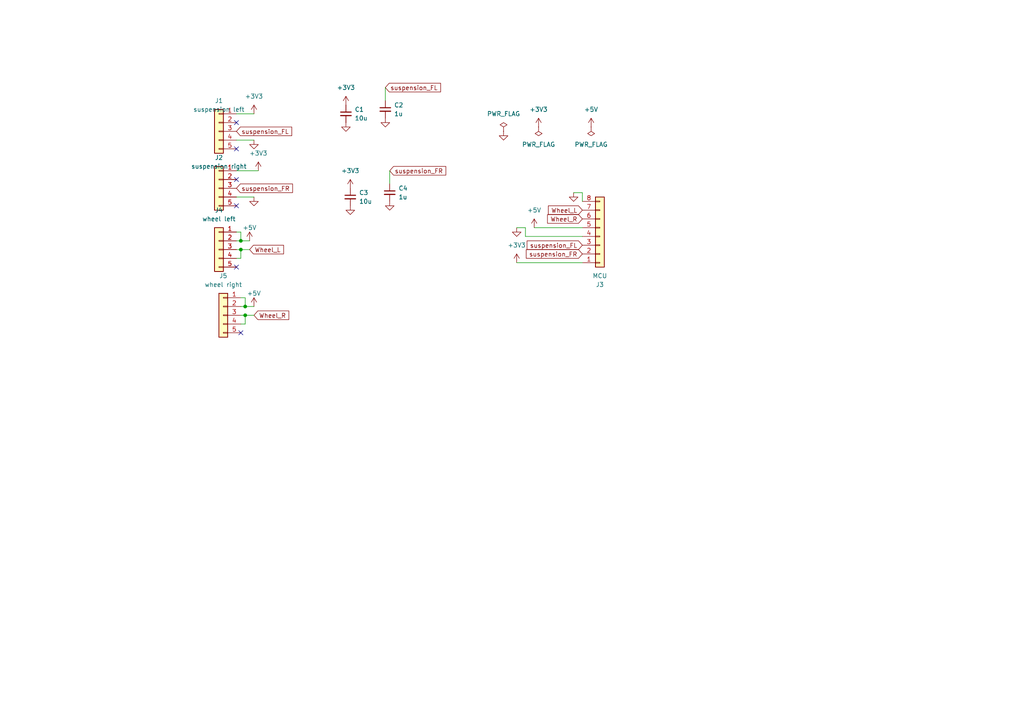
<source format=kicad_sch>
(kicad_sch (version 20230121) (generator eeschema)
  (paper "A4")
  (lib_symbols
    (symbol "Connector_Generic:Conn_01x05" (pin_names (offset 1.016) hide)
      (property "Reference" "J" (at 0 7.62 0))
      (property "Value" "Conn_01x05" (at 0 -7.62 0))
      (symbol "Conn_01x05_1_1"
        (rectangle (start -1.27 -4.953) (end 0 -5.207) (stroke (width 0.1524)))
        (rectangle (start -1.27 -2.413) (end 0 -2.667) (stroke (width 0.1524)))
        (rectangle (start -1.27 0.127) (end 0 -0.127) (stroke (width 0.1524)))
        (rectangle (start -1.27 2.667) (end 0 2.413) (stroke (width 0.1524)))
        (rectangle (start -1.27 5.207) (end 0 4.953) (stroke (width 0.1524)))
        (rectangle (start -1.27 6.35) (end 1.27 -6.35) (stroke (width 0.254)) (fill (type background)))
        (pin passive line (at -5.08 5.08 0) (length 3.81) (name "Pin_1") (number "1"))
        (pin passive line (at -5.08 2.54 0) (length 3.81) (name "Pin_2") (number "2"))
        (pin passive line (at -5.08 0 0) (length 3.81) (name "Pin_3") (number "3"))
        (pin passive line (at -5.08 -2.54 0) (length 3.81) (name "Pin_4") (number "4"))
        (pin passive line (at -5.08 -5.08 0) (length 3.81) (name "Pin_5") (number "5"))
      )
    )
    (symbol "Connector_Generic:Conn_01x08" (pin_names (offset 1.016) hide)
      (property "Reference" "J" (at 0 10.16 0))
      (property "Value" "Conn_01x08" (at 0 -12.7 0))
      (symbol "Conn_01x08_1_1"
        (rectangle (start -1.27 -10.033) (end 0 -10.287) (stroke (width 0.1524)))
        (rectangle (start -1.27 -7.493) (end 0 -7.747) (stroke (width 0.1524)))
        (rectangle (start -1.27 -4.953) (end 0 -5.207) (stroke (width 0.1524)))
        (rectangle (start -1.27 -2.413) (end 0 -2.667) (stroke (width 0.1524)))
        (rectangle (start -1.27 0.127) (end 0 -0.127) (stroke (width 0.1524)))
        (rectangle (start -1.27 2.667) (end 0 2.413) (stroke (width 0.1524)))
        (rectangle (start -1.27 5.207) (end 0 4.953) (stroke (width 0.1524)))
        (rectangle (start -1.27 7.747) (end 0 7.493) (stroke (width 0.1524)))
        (rectangle (start -1.27 8.89) (end 1.27 -11.43) (stroke (width 0.254)) (fill (type background)))
        (pin passive line (at -5.08 7.62 0) (length 3.81) (name "Pin_1") (number "1"))
        (pin passive line (at -5.08 5.08 0) (length 3.81) (name "Pin_2") (number "2"))
        (pin passive line (at -5.08 2.54 0) (length 3.81) (name "Pin_3") (number "3"))
        (pin passive line (at -5.08 0 0) (length 3.81) (name "Pin_4") (number "4"))
        (pin passive line (at -5.08 -2.54 0) (length 3.81) (name "Pin_5") (number "5"))
        (pin passive line (at -5.08 -5.08 0) (length 3.81) (name "Pin_6") (number "6"))
        (pin passive line (at -5.08 -7.62 0) (length 3.81) (name "Pin_7") (number "7"))
        (pin passive line (at -5.08 -10.16 0) (length 3.81) (name "Pin_8") (number "8"))
      )
    )
    (symbol "Device:C_Small" (pin_numbers hide) (pin_names (offset 0.254) hide)
      (property "Reference" "C" (at 0.254 1.778 0))
      (property "Value" "C_Small" (at 0.254 -2.032 0))
      (symbol "C_Small_0_1"
        (polyline (pts (xy -1.524 -0.508) (xy 1.524 -0.508)) (stroke (width 0.3302)))
        (polyline (pts (xy -1.524 0.508) (xy 1.524 0.508)) (stroke (width 0.3048)))
      )
      (symbol "C_Small_1_1"
        (pin passive line (at 0 2.54 270) (length 2.032) (name "~") (number "1"))
        (pin passive line (at 0 -2.54 90) (length 2.032) (name "~") (number "2"))
      )
    )
    (symbol "power:+3V3" (power) (pin_names (offset 0))
      (property "Value" "+3V3" (at 0 3.556 0))
      (symbol "+3V3_0_1"
        (polyline (pts (xy -0.762 1.27) (xy 0 2.54)))
        (polyline (pts (xy 0 0) (xy 0 2.54)))
        (polyline (pts (xy 0 2.54) (xy 0.762 1.27)))
      )
      (symbol "+3V3_1_1"
        (pin power_in line (at 0 0 90) (length 0) hide (name "+3V3") (number "1"))
      )
    )
    (symbol "power:+5V" (power) (pin_names (offset 0))
      (property "Value" "+5V" (at 0 3.556 0))
      (symbol "+5V_0_1"
        (polyline (pts (xy -0.762 1.27) (xy 0 2.54)))
        (polyline (pts (xy 0 0) (xy 0 2.54)))
        (polyline (pts (xy 0 2.54) (xy 0.762 1.27)))
      )
      (symbol "+5V_1_1"
        (pin power_in line (at 0 0 90) (length 0) hide (name "+5V") (number "1"))
      )
    )
    (symbol "power:GND" (power) (pin_names (offset 0))
      (property "Value" "GND" (at 0 -3.81 0))
      (symbol "GND_0_1"
        (polyline (pts (xy 0 0) (xy 0 -1.27) (xy 1.27 -1.27) (xy 0 -2.54) (xy -1.27 -1.27) (xy 0 -1.27)))
      )
      (symbol "GND_1_1"
        (pin power_in line (at 0 0 270) (length 0) hide (name "GND") (number "1"))
      )
    )
    (symbol "power:PWR_FLAG" (power) (pin_numbers hide) (pin_names (offset 0) hide)
      (property "Value" "PWR_FLAG" (at 0 3.81 0))
      (symbol "PWR_FLAG_0_0"
        (pin power_out line (at 0 0 90) (length 0) (name "pwr") (number "1"))
      )
      (symbol "PWR_FLAG_0_1"
        (polyline (pts (xy 0 0) (xy 0 1.27) (xy -1.016 1.905) (xy 0 2.54) (xy 1.016 1.905) (xy 0 1.27)))
      )
    )
  )
  (junction (at 69.85 69.85))
  (junction (at 71.12 91.44))
  (junction (at 71.12 88.9))
  (junction (at 69.85 72.39))
  (no_connect (at 68.58 77.47))
  (no_connect (at 69.85 96.52))
  (no_connect (at 68.58 43.18))
  (no_connect (at 68.58 59.69))
  (no_connect (at 68.58 35.56))
  (no_connect (at 68.58 52.07))
  (wire (pts (xy 71.12 88.9) (xy 71.12 86.36)))
  (wire (pts (xy 73.66 57.15) (xy 68.58 57.15)))
  (wire (pts (xy 69.85 72.39) (xy 68.58 72.39)))
  (wire (pts (xy 69.85 69.85) (xy 68.58 69.85)))
  (wire (pts (xy 73.66 33.02) (xy 68.58 33.02)))
  (wire (pts (xy 149.86 76.2) (xy 168.91 76.2)))
  (wire (pts (xy 71.12 93.98) (xy 69.85 93.98)))
  (wire (pts (xy 69.85 67.31) (xy 68.58 67.31)))
  (wire (pts (xy 72.39 72.39) (xy 69.85 72.39)))
  (wire (pts (xy 111.76 25.4) (xy 111.76 29.21)))
  (wire (pts (xy 168.91 68.58) (xy 152.4 68.58)))
  (wire (pts (xy 73.66 91.44) (xy 71.12 91.44)))
  (wire (pts (xy 71.12 88.9) (xy 69.85 88.9)))
  (wire (pts (xy 72.39 69.85) (xy 69.85 69.85)))
  (wire (pts (xy 166.37 55.88) (xy 168.91 55.88)))
  (wire (pts (xy 154.94 66.04) (xy 168.91 66.04)))
  (wire (pts (xy 69.85 72.39) (xy 69.85 74.93)))
  (wire (pts (xy 68.58 49.53) (xy 74.93 49.53)))
  (wire (pts (xy 71.12 86.36) (xy 69.85 86.36)))
  (wire (pts (xy 71.12 91.44) (xy 71.12 93.98)))
  (wire (pts (xy 69.85 69.85) (xy 69.85 67.31)))
  (wire (pts (xy 168.91 55.88) (xy 168.91 58.42)))
  (wire (pts (xy 149.86 66.04) (xy 152.4 66.04)))
  (wire (pts (xy 73.66 40.64) (xy 68.58 40.64)))
  (wire (pts (xy 113.03 49.53) (xy 113.03 53.34)))
  (wire (pts (xy 152.4 66.04) (xy 152.4 68.58)))
  (wire (pts (xy 69.85 74.93) (xy 68.58 74.93)))
  (wire (pts (xy 71.12 91.44) (xy 69.85 91.44)))
  (wire (pts (xy 73.66 88.9) (xy 71.12 88.9)))
  (global_label "Wheel_L" (shape input) (at 72.39 72.39 0) (property "Intersheetrefs" "${INTERSHEET_REFS}" (effects hide)))
  (global_label "Wheel_R" (shape input) (at 168.91 63.5 180) (property "Intersheetrefs" "${INTERSHEET_REFS}" (effects hide)))
  (global_label "suspension_FL" (shape input) (at 68.58 38.1 0) (property "Intersheetrefs" "${INTERSHEET_REFS}" (effects hide)))
  (global_label "suspension_FL" (shape input) (at 168.91 71.12 180) (property "Intersheetrefs" "${INTERSHEET_REFS}" (effects hide)))
  (global_label "suspension_FR" (shape input) (at 113.03 49.53 0) (property "Intersheetrefs" "${INTERSHEET_REFS}" (effects hide)))
  (global_label "suspension_FR" (shape input) (at 168.91 73.66 180) (property "Intersheetrefs" "${INTERSHEET_REFS}" (effects hide)))
  (global_label "suspension_FL" (shape input) (at 111.76 25.4 0) (property "Intersheetrefs" "${INTERSHEET_REFS}" (effects hide)))
  (global_label "Wheel_R" (shape input) (at 73.66 91.44 0) (property "Intersheetrefs" "${INTERSHEET_REFS}" (effects hide)))
  (global_label "suspension_FR" (shape input) (at 68.58 54.61 0) (property "Intersheetrefs" "${INTERSHEET_REFS}" (effects hide)))
  (global_label "Wheel_L" (shape input) (at 168.91 60.96 180) (property "Intersheetrefs" "${INTERSHEET_REFS}" (effects hide)))
  (symbol (lib_id "Device:C_Small") (at 101.6 57.15 0) (unit 1)
    (property "Reference" "C3" (at 104.14 55.8863 0) (effects (justify left)))
    (property "Value" "10u" (at 104.14 58.4263 0) (effects (justify left)))
    (property "Footprint" "Capacitor_SMD:C_0805_2012Metric" (effects hide))
  )
  (symbol (lib_id "power:+3V3") (at 73.66 33.02 0) (mirror y) (unit 1)
    (property "Reference" "#PWR06" (effects hide))
    (property "Value" "+3V3" (at 73.66 27.94 0))
  )
  (symbol (lib_id "power:PWR_FLAG") (at 146.05 38.1 0) (unit 1)
    (property "Reference" "#FLG01" (effects hide))
    (property "Value" "PWR_FLAG" (at 146.05 33.02 0))
  )
  (symbol (lib_id "Connector_Generic:Conn_01x05") (at 64.77 91.44 0) (mirror y) (unit 1)
    (property "Reference" "J5" (at 64.77 80.01 0))
    (property "Value" "wheel right" (at 64.77 82.55 0))
    (property "Footprint" "nturt_kicad_lib:WP-04F3-26-11" (effects hide))
  )
  (symbol (lib_id "Device:C_Small") (at 113.03 55.88 0) (unit 1)
    (property "Reference" "C4" (at 115.57 54.6163 0) (effects (justify left)))
    (property "Value" "1u" (at 115.57 57.1563 0) (effects (justify left)))
    (property "Footprint" "Capacitor_SMD:C_0805_2012Metric" (effects hide))
  )
  (symbol (lib_id "power:+3V3") (at 149.86 76.2 0) (mirror y) (unit 1)
    (property "Reference" "#PWR02" (effects hide))
    (property "Value" "+3V3" (at 149.86 71.12 0))
  )
  (symbol (lib_id "power:GND") (at 100.33 35.56 0) (mirror y) (unit 1)
    (property "Reference" "#PWR011" (effects hide))
    (property "Value" "GND" (effects hide))
  )
  (symbol (lib_id "Connector_Generic:Conn_01x05") (at 63.5 54.61 0) (mirror y) (unit 1)
    (property "Reference" "J2" (at 63.5 45.72 0))
    (property "Value" "suspension right" (at 63.5 48.26 0))
    (property "Footprint" "nturt_kicad_lib:WP-03F3-09-11" (effects hide))
  )
  (symbol (lib_id "power:+3V3") (at 100.33 30.48 0) (mirror y) (unit 1)
    (property "Reference" "#PWR010" (effects hide))
    (property "Value" "+3V3" (at 100.33 25.4 0))
  )
  (symbol (lib_id "power:+3V3") (at 74.93 49.53 0) (mirror y) (unit 1)
    (property "Reference" "#PWR08" (effects hide))
    (property "Value" "+3V3" (at 74.93 44.45 0))
  )
  (symbol (lib_id "power:GND") (at 101.6 59.69 0) (mirror y) (unit 1)
    (property "Reference" "#PWR014" (effects hide))
    (property "Value" "GND" (effects hide))
  )
  (symbol (lib_id "Device:C_Small") (at 100.33 33.02 0) (unit 1)
    (property "Reference" "C1" (at 102.87 31.7563 0) (effects (justify left)))
    (property "Value" "10u" (at 102.87 34.2963 0) (effects (justify left)))
    (property "Footprint" "Capacitor_SMD:C_0805_2012Metric" (effects hide))
  )
  (symbol (lib_id "Connector_Generic:Conn_01x08") (at 173.99 68.58 0) (mirror x) (unit 1)
    (property "Reference" "J3" (at 173.99 82.55 0))
    (property "Value" "MCU" (at 173.99 80.01 0))
    (property "Footprint" "Connector_JST:JST_XH_S8B-XH-A_1x08_P2.50mm_Horizontal" (effects hide))
  )
  (symbol (lib_id "power:GND") (at 149.86 66.04 0) (mirror y) (unit 1)
    (property "Reference" "#PWR01" (effects hide))
    (property "Value" "GND" (effects hide))
  )
  (symbol (lib_id "power:+3V3") (at 101.6 54.61 0) (mirror y) (unit 1)
    (property "Reference" "#PWR013" (effects hide))
    (property "Value" "+3V3" (at 101.6 49.53 0))
  )
  (symbol (lib_id "power:GND") (at 111.76 34.29 0) (mirror y) (unit 1)
    (property "Reference" "#PWR012" (effects hide))
    (property "Value" "GND" (effects hide))
  )
  (symbol (lib_id "power:GND") (at 146.05 38.1 0) (mirror y) (unit 1)
    (property "Reference" "#PWR016" (effects hide))
    (property "Value" "GND" (effects hide))
  )
  (symbol (lib_id "power:PWR_FLAG") (at 156.21 36.83 0) (mirror x) (unit 1)
    (property "Reference" "#FLG02" (effects hide))
    (property "Value" "PWR_FLAG" (at 156.21 41.91 0))
  )
  (symbol (lib_id "Connector_Generic:Conn_01x05") (at 63.5 72.39 0) (mirror y) (unit 1)
    (property "Reference" "J4" (at 63.5 60.96 0))
    (property "Value" "wheel left" (at 63.5 63.5 0))
    (property "Footprint" "nturt_kicad_lib:WP-04F3-26-11" (effects hide))
  )
  (symbol (lib_id "power:GND") (at 73.66 40.64 0) (mirror y) (unit 1)
    (property "Reference" "#PWR07" (effects hide))
    (property "Value" "GND" (effects hide))
  )
  (symbol (lib_id "power:GND") (at 113.03 58.42 0) (mirror y) (unit 1)
    (property "Reference" "#PWR015" (effects hide))
    (property "Value" "GND" (effects hide))
  )
  (symbol (lib_id "Connector_Generic:Conn_01x05") (at 63.5 38.1 0) (mirror y) (unit 1)
    (property "Reference" "J1" (at 63.5 29.21 0))
    (property "Value" "suspension left" (at 63.5 31.75 0))
    (property "Footprint" "nturt_kicad_lib:WP-03F3-09-11" (effects hide))
  )
  (symbol (lib_id "power:+5V") (at 73.66 88.9 0) (mirror y) (unit 1)
    (property "Reference" "#PWR05" (effects hide))
    (property "Value" "+5V" (at 73.66 85.09 0))
  )
  (symbol (lib_id "power:GND") (at 73.66 57.15 0) (mirror y) (unit 1)
    (property "Reference" "#PWR09" (effects hide))
    (property "Value" "GND" (effects hide))
  )
  (symbol (lib_id "Device:C_Small") (at 111.76 31.75 0) (unit 1)
    (property "Reference" "C2" (at 114.3 30.4863 0) (effects (justify left)))
    (property "Value" "1u" (at 114.3 33.0263 0) (effects (justify left)))
    (property "Footprint" "Capacitor_SMD:C_0805_2012Metric" (effects hide))
  )
  (symbol (lib_id "power:GND") (at 166.37 55.88 0) (mirror y) (unit 1)
    (property "Reference" "#PWR019" (effects hide))
    (property "Value" "GND" (effects hide))
  )
  (symbol (lib_id "power:PWR_FLAG") (at 171.45 36.83 0) (mirror x) (unit 1)
    (property "Reference" "#FLG03" (effects hide))
    (property "Value" "PWR_FLAG" (at 171.45 41.91 0))
  )
  (symbol (lib_id "power:+5V") (at 171.45 36.83 0) (mirror y) (unit 1)
    (property "Reference" "#PWR018" (effects hide))
    (property "Value" "+5V" (at 171.45 31.75 0))
  )
  (symbol (lib_id "power:+3V3") (at 156.21 36.83 0) (mirror y) (unit 1)
    (property "Reference" "#PWR017" (effects hide))
    (property "Value" "+3V3" (at 156.21 31.75 0))
  )
  (symbol (lib_id "power:+5V") (at 154.94 66.04 0) (mirror y) (unit 1)
    (property "Reference" "#PWR03" (effects hide))
    (property "Value" "+5V" (at 154.94 60.96 0))
  )
  (symbol (lib_id "power:+5V") (at 72.39 69.85 0) (mirror y) (unit 1)
    (property "Reference" "#PWR04" (effects hide))
    (property "Value" "+5V" (at 72.39 66.04 0))
  )
)
</source>
